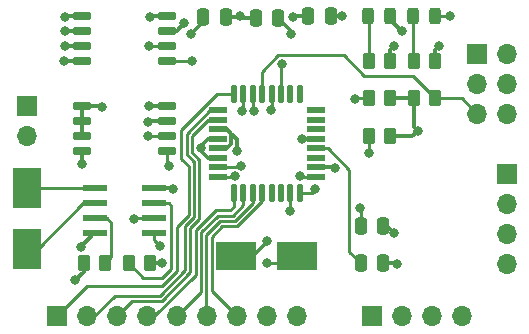
<source format=gtl>
%TF.GenerationSoftware,KiCad,Pcbnew,7.0.10*%
%TF.CreationDate,2024-01-19T04:31:43-05:00*%
%TF.ProjectId,Dattalogger_Board,44617474-616c-46f6-9767-65725f426f61,1*%
%TF.SameCoordinates,Original*%
%TF.FileFunction,Copper,L1,Top*%
%TF.FilePolarity,Positive*%
%FSLAX46Y46*%
G04 Gerber Fmt 4.6, Leading zero omitted, Abs format (unit mm)*
G04 Created by KiCad (PCBNEW 7.0.10) date 2024-01-19 04:31:43*
%MOMM*%
%LPD*%
G01*
G04 APERTURE LIST*
G04 Aperture macros list*
%AMRoundRect*
0 Rectangle with rounded corners*
0 $1 Rounding radius*
0 $2 $3 $4 $5 $6 $7 $8 $9 X,Y pos of 4 corners*
0 Add a 4 corners polygon primitive as box body*
4,1,4,$2,$3,$4,$5,$6,$7,$8,$9,$2,$3,0*
0 Add four circle primitives for the rounded corners*
1,1,$1+$1,$2,$3*
1,1,$1+$1,$4,$5*
1,1,$1+$1,$6,$7*
1,1,$1+$1,$8,$9*
0 Add four rect primitives between the rounded corners*
20,1,$1+$1,$2,$3,$4,$5,0*
20,1,$1+$1,$4,$5,$6,$7,0*
20,1,$1+$1,$6,$7,$8,$9,0*
20,1,$1+$1,$8,$9,$2,$3,0*%
G04 Aperture macros list end*
%TA.AperFunction,SMDPad,CuDef*%
%ADD10RoundRect,0.150000X-0.650000X-0.150000X0.650000X-0.150000X0.650000X0.150000X-0.650000X0.150000X0*%
%TD*%
%TA.AperFunction,SMDPad,CuDef*%
%ADD11RoundRect,0.038500X-0.696500X-0.236500X0.696500X-0.236500X0.696500X0.236500X-0.696500X0.236500X0*%
%TD*%
%TA.AperFunction,SMDPad,CuDef*%
%ADD12RoundRect,0.099000X-0.176000X-0.636000X0.176000X-0.636000X0.176000X0.636000X-0.176000X0.636000X0*%
%TD*%
%TA.AperFunction,SMDPad,CuDef*%
%ADD13RoundRect,0.041300X-0.943700X-0.253700X0.943700X-0.253700X0.943700X0.253700X-0.943700X0.253700X0*%
%TD*%
%TA.AperFunction,SMDPad,CuDef*%
%ADD14R,2.400000X3.500000*%
%TD*%
%TA.AperFunction,SMDPad,CuDef*%
%ADD15R,3.500000X2.400000*%
%TD*%
%TA.AperFunction,ComponentPad*%
%ADD16R,1.700000X1.700000*%
%TD*%
%TA.AperFunction,ComponentPad*%
%ADD17O,1.700000X1.700000*%
%TD*%
%TA.AperFunction,SMDPad,CuDef*%
%ADD18RoundRect,0.250000X-0.262500X-0.450000X0.262500X-0.450000X0.262500X0.450000X-0.262500X0.450000X0*%
%TD*%
%TA.AperFunction,SMDPad,CuDef*%
%ADD19RoundRect,0.250000X0.262500X0.450000X-0.262500X0.450000X-0.262500X-0.450000X0.262500X-0.450000X0*%
%TD*%
%TA.AperFunction,SMDPad,CuDef*%
%ADD20RoundRect,0.243750X-0.243750X-0.456250X0.243750X-0.456250X0.243750X0.456250X-0.243750X0.456250X0*%
%TD*%
%TA.AperFunction,SMDPad,CuDef*%
%ADD21RoundRect,0.250000X0.250000X0.475000X-0.250000X0.475000X-0.250000X-0.475000X0.250000X-0.475000X0*%
%TD*%
%TA.AperFunction,SMDPad,CuDef*%
%ADD22RoundRect,0.250000X-0.250000X-0.475000X0.250000X-0.475000X0.250000X0.475000X-0.250000X0.475000X0*%
%TD*%
%TA.AperFunction,ViaPad*%
%ADD23C,0.800000*%
%TD*%
%TA.AperFunction,Conductor*%
%ADD24C,0.250000*%
%TD*%
%TA.AperFunction,Conductor*%
%ADD25C,0.350000*%
%TD*%
G04 APERTURE END LIST*
D10*
%TO.P,U1,1,A0*%
%TO.N,/Vcc*%
X136735000Y-73660000D03*
%TO.P,U1,2,A1*%
X136735000Y-74930000D03*
%TO.P,U1,3,A2*%
X136735000Y-76200000D03*
%TO.P,U1,4,GND*%
%TO.N,GND*%
X136735000Y-77470000D03*
%TO.P,U1,5,SDA*%
%TO.N,/SDA*%
X143935000Y-77470000D03*
%TO.P,U1,6,SCL*%
%TO.N,/SCK*%
X143935000Y-76200000D03*
%TO.P,U1,7,WP*%
%TO.N,GND*%
X143935000Y-74930000D03*
%TO.P,U1,8,VCC*%
%TO.N,/Vcc*%
X143935000Y-73660000D03*
%TD*%
D11*
%TO.P,U4,1,PD3*%
%TO.N,/D3*%
X148230000Y-74035000D03*
%TO.P,U4,2,PD4*%
%TO.N,/D4*%
X148230000Y-74835000D03*
%TO.P,U4,3,GND*%
%TO.N,GND*%
X148230000Y-75635000D03*
%TO.P,U4,4,VCC*%
%TO.N,/Vcc*%
X148230000Y-76435000D03*
%TO.P,U4,5,GND*%
%TO.N,GND*%
X148230000Y-77235000D03*
%TO.P,U4,6,VCC*%
%TO.N,/Vcc*%
X148230000Y-78035000D03*
%TO.P,U4,7,PB6*%
%TO.N,Net-(U4-PB6)*%
X148230000Y-78835000D03*
%TO.P,U4,8,PB7*%
%TO.N,Net-(U4-PB7)*%
X148230000Y-79635000D03*
D12*
%TO.P,U4,9,PD5*%
%TO.N,/D5*%
X149600000Y-81005000D03*
%TO.P,U4,10,PD6*%
%TO.N,/D6*%
X150400000Y-81005000D03*
%TO.P,U4,11,PD7*%
%TO.N,/D7*%
X151200000Y-81005000D03*
%TO.P,U4,12,PB0*%
%TO.N,/D8*%
X152000000Y-81005000D03*
%TO.P,U4,13,PB1*%
%TO.N,unconnected-(U4-PB1-Pad13)*%
X152800000Y-81005000D03*
%TO.P,U4,14,PB2*%
%TO.N,unconnected-(U4-PB2-Pad14)*%
X153600000Y-81005000D03*
%TO.P,U4,15,PB3*%
%TO.N,/MOSI*%
X154400000Y-81005000D03*
%TO.P,U4,16,PB4*%
%TO.N,/MISO*%
X155200000Y-81005000D03*
D11*
%TO.P,U4,17,PB5*%
%TO.N,/SCK*%
X156570000Y-79635000D03*
%TO.P,U4,18,AVCC*%
%TO.N,/Vcc*%
X156570000Y-78835000D03*
%TO.P,U4,19,ADC6*%
%TO.N,unconnected-(U4-ADC6-Pad19)*%
X156570000Y-78035000D03*
%TO.P,U4,20,AREF*%
%TO.N,Net-(U4-AREF)*%
X156570000Y-77235000D03*
%TO.P,U4,21,GND*%
%TO.N,GND*%
X156570000Y-76435000D03*
%TO.P,U4,22,ADC7*%
%TO.N,unconnected-(U4-ADC7-Pad22)*%
X156570000Y-75635000D03*
%TO.P,U4,23,PC0*%
%TO.N,unconnected-(U4-PC0-Pad23)*%
X156570000Y-74835000D03*
%TO.P,U4,24,PC1*%
%TO.N,unconnected-(U4-PC1-Pad24)*%
X156570000Y-74035000D03*
D12*
%TO.P,U4,25,PC2*%
%TO.N,unconnected-(U4-PC2-Pad25)*%
X155200000Y-72665000D03*
%TO.P,U4,26,PC3*%
%TO.N,unconnected-(U4-PC3-Pad26)*%
X154400000Y-72665000D03*
%TO.P,U4,27,PC4*%
%TO.N,/SDA*%
X153600000Y-72665000D03*
%TO.P,U4,28,PC5*%
%TO.N,/SCK*%
X152800000Y-72665000D03*
%TO.P,U4,29,PC6/~{RESET}*%
%TO.N,/RESET*%
X152000000Y-72665000D03*
%TO.P,U4,30,PD0*%
%TO.N,/RX*%
X151200000Y-72665000D03*
%TO.P,U4,31,PD1*%
%TO.N,/TX*%
X150400000Y-72665000D03*
%TO.P,U4,32,PD2*%
%TO.N,/D2*%
X149600000Y-72665000D03*
%TD*%
D13*
%TO.P,U2,1,X1*%
%TO.N,Net-(U2-X1)*%
X137860000Y-80645000D03*
%TO.P,U2,2,X2*%
%TO.N,Net-(U2-X2)*%
X137860000Y-81915000D03*
%TO.P,U2,3,~{INTA}*%
%TO.N,Net-(U2-~{INTA})*%
X137860000Y-83185000D03*
%TO.P,U2,4,GND*%
%TO.N,GND*%
X137860000Y-84455000D03*
%TO.P,U2,5,SDA*%
%TO.N,/SDA*%
X142810000Y-84455000D03*
%TO.P,U2,6,SCL*%
%TO.N,/SCK*%
X142810000Y-83185000D03*
%TO.P,U2,7,SQW/~INT*%
%TO.N,Net-(U2-SQW{slash}~INT)*%
X142810000Y-81915000D03*
%TO.P,U2,8,VCC*%
%TO.N,/Vcc*%
X142810000Y-80645000D03*
%TD*%
D10*
%TO.P,U3,1,A0*%
%TO.N,/Vcc*%
X136735000Y-66040000D03*
%TO.P,U3,2,A1*%
%TO.N,GND*%
X136735000Y-67310000D03*
%TO.P,U3,3,A2*%
%TO.N,/Vcc*%
X136735000Y-68580000D03*
%TO.P,U3,4,GND*%
%TO.N,GND*%
X136735000Y-69850000D03*
%TO.P,U3,5,SDA*%
%TO.N,/SDA*%
X143935000Y-69850000D03*
%TO.P,U3,6,SCL*%
%TO.N,/SCK*%
X143935000Y-68580000D03*
%TO.P,U3,7,WP*%
%TO.N,GND*%
X143935000Y-67310000D03*
%TO.P,U3,8,VCC*%
%TO.N,/Vcc*%
X143935000Y-66040000D03*
%TD*%
D14*
%TO.P,Y1,1*%
%TO.N,Net-(U2-X2)*%
X132080000Y-85785000D03*
%TO.P,Y1,2*%
%TO.N,Net-(U2-X1)*%
X132080000Y-80585000D03*
%TD*%
D15*
%TO.P,Y2,1*%
%TO.N,Net-(U4-PB6)*%
X149800000Y-86360000D03*
%TO.P,Y2,2*%
%TO.N,Net-(U4-PB7)*%
X155000000Y-86360000D03*
%TD*%
D16*
%TO.P,BT1,1,+*%
%TO.N,/Vcc*%
X132080000Y-73655000D03*
D17*
%TO.P,BT1,2,-*%
%TO.N,GND*%
X132080000Y-76195000D03*
%TD*%
D18*
%TO.P,R5,1*%
%TO.N,Net-(D2-K)*%
X161012500Y-69850000D03*
%TO.P,R5,2*%
%TO.N,GND*%
X162837500Y-69850000D03*
%TD*%
D19*
%TO.P,R4,1*%
%TO.N,/Vcc*%
X162837500Y-73025000D03*
%TO.P,R4,2*%
%TO.N,/SDA*%
X161012500Y-73025000D03*
%TD*%
%TO.P,R3,2*%
%TO.N,/SCK*%
X161012500Y-76200000D03*
%TO.P,R3,1*%
%TO.N,/Vcc*%
X162837500Y-76200000D03*
%TD*%
D20*
%TO.P,D2,2,A*%
%TO.N,/Vcc*%
X162862500Y-66040000D03*
%TO.P,D2,1,K*%
%TO.N,Net-(D2-K)*%
X160987500Y-66040000D03*
%TD*%
D21*
%TO.P,C4,1*%
%TO.N,GND*%
X162240000Y-86995000D03*
%TO.P,C4,2*%
%TO.N,Net-(U4-AREF)*%
X160340000Y-86995000D03*
%TD*%
%TO.P,C2,1*%
%TO.N,GND*%
X162240000Y-83820000D03*
%TO.P,C2,2*%
%TO.N,Net-(U4-PB6)*%
X160340000Y-83820000D03*
%TD*%
D19*
%TO.P,R7,2*%
%TO.N,Net-(D1-K)*%
X164822500Y-69850000D03*
%TO.P,R7,1*%
%TO.N,GND*%
X166647500Y-69850000D03*
%TD*%
D18*
%TO.P,R6,2*%
%TO.N,/RESET*%
X166647500Y-73025000D03*
%TO.P,R6,1*%
%TO.N,/Vcc*%
X164822500Y-73025000D03*
%TD*%
D19*
%TO.P,R2,1*%
%TO.N,/Vcc*%
X142517500Y-86995000D03*
%TO.P,R2,2*%
%TO.N,Net-(U2-SQW{slash}~INT)*%
X140692500Y-86995000D03*
%TD*%
D18*
%TO.P,R1,1*%
%TO.N,/Vcc*%
X136882500Y-86995000D03*
%TO.P,R1,2*%
%TO.N,Net-(U2-~{INTA})*%
X138707500Y-86995000D03*
%TD*%
D17*
%TO.P,J4,9,Pin_9*%
%TO.N,/Vcc*%
X154950000Y-91440000D03*
%TO.P,J4,8,Pin_8*%
%TO.N,GND*%
X152410000Y-91440000D03*
%TO.P,J4,7,Pin_7*%
%TO.N,/D8*%
X149870000Y-91440000D03*
%TO.P,J4,6,Pin_6*%
%TO.N,/D7*%
X147330000Y-91440000D03*
%TO.P,J4,5,Pin_5*%
%TO.N,/D6*%
X144790000Y-91440000D03*
%TO.P,J4,4,Pin_4*%
%TO.N,/D5*%
X142250000Y-91440000D03*
%TO.P,J4,3,Pin_3*%
%TO.N,/D4*%
X139710000Y-91440000D03*
%TO.P,J4,2,Pin_2*%
%TO.N,/D3*%
X137170000Y-91440000D03*
D16*
%TO.P,J4,1,Pin_1*%
%TO.N,/D2*%
X134630000Y-91440000D03*
%TD*%
D17*
%TO.P,J3,6,Pin_6*%
%TO.N,GND*%
X172715000Y-74310000D03*
%TO.P,J3,5,Pin_5*%
%TO.N,/RESET*%
X170175000Y-74310000D03*
%TO.P,J3,4,Pin_4*%
%TO.N,/MOSI*%
X172715000Y-71770000D03*
%TO.P,J3,3,Pin_3*%
%TO.N,/SCK*%
X170175000Y-71770000D03*
%TO.P,J3,2,Pin_2*%
%TO.N,/Vcc*%
X172715000Y-69230000D03*
D16*
%TO.P,J3,1,Pin_1*%
%TO.N,/MISO*%
X170175000Y-69230000D03*
%TD*%
%TO.P,J2,1,Pin_1*%
%TO.N,GND*%
X161300000Y-91440000D03*
D17*
%TO.P,J2,2,Pin_2*%
%TO.N,/Vcc*%
X163840000Y-91440000D03*
%TO.P,J2,3,Pin_3*%
%TO.N,/RX*%
X166380000Y-91440000D03*
%TO.P,J2,4,Pin_4*%
%TO.N,/TX*%
X168920000Y-91440000D03*
%TD*%
D16*
%TO.P,J1,1,Pin_1*%
%TO.N,GND*%
X172720000Y-79385000D03*
D17*
%TO.P,J1,2,Pin_2*%
%TO.N,/Vcc*%
X172720000Y-81925000D03*
%TO.P,J1,3,Pin_3*%
%TO.N,/SDA*%
X172720000Y-84465000D03*
%TO.P,J1,4,Pin_4*%
%TO.N,/SCK*%
X172720000Y-87005000D03*
%TD*%
D20*
%TO.P,D1,1,K*%
%TO.N,Net-(D1-K)*%
X164797500Y-66040000D03*
%TO.P,D1,2,A*%
%TO.N,/SCK*%
X166672500Y-66040000D03*
%TD*%
D22*
%TO.P,C5,2*%
%TO.N,GND*%
X157795000Y-66040000D03*
%TO.P,C5,1*%
%TO.N,/Vcc*%
X155895000Y-66040000D03*
%TD*%
%TO.P,C3,2*%
%TO.N,Net-(U4-PB7)*%
X153380668Y-66192568D03*
%TO.P,C3,1*%
%TO.N,GND*%
X151480668Y-66192568D03*
%TD*%
%TO.P,C1,2*%
%TO.N,GND*%
X148905000Y-66155000D03*
%TO.P,C1,1*%
%TO.N,/Vcc*%
X147005000Y-66155000D03*
%TD*%
D23*
%TO.N,Net-(U4-PB7)*%
X154470404Y-67551215D03*
%TO.N,Net-(U4-PB6)*%
X160276894Y-82269328D03*
X152400000Y-85090000D03*
%TO.N,Net-(U4-PB7)*%
X152400000Y-86995000D03*
%TO.N,Net-(U4-PB6)*%
X150216192Y-78763556D03*
%TO.N,Net-(U4-PB7)*%
X149715270Y-79629051D03*
%TO.N,/MOSI*%
X154325675Y-82564731D03*
%TO.N,/MISO*%
X156503076Y-80727185D03*
%TO.N,/TX*%
X150323650Y-74103922D03*
%TO.N,/RX*%
X151323557Y-74117810D03*
%TO.N,/SCK*%
X167898445Y-66048787D03*
X161037297Y-77644594D03*
X155181215Y-79573916D03*
X152792836Y-74027164D03*
X142417293Y-68610496D03*
X142369997Y-76205685D03*
X141191487Y-83212567D03*
%TO.N,/SDA*%
X159867431Y-73067298D03*
X146050000Y-69850000D03*
X153670000Y-70108445D03*
X144145000Y-78740000D03*
X143340000Y-85527432D03*
%TO.N,GND*%
X149860000Y-77470000D03*
%TO.N,/Vcc*%
X165166678Y-75762710D03*
X158160744Y-78949599D03*
X142498186Y-66083418D03*
X145983924Y-67593514D03*
X154656485Y-66100476D03*
X163830000Y-67310000D03*
X135296092Y-66113140D03*
X135285754Y-68594214D03*
X138439734Y-73737705D03*
X142452442Y-73648111D03*
X146836764Y-77255806D03*
X144468573Y-80656630D03*
X136186752Y-88392557D03*
X143510000Y-86995000D03*
%TO.N,GND*%
X145400785Y-66675000D03*
X135345541Y-67270544D03*
X142364053Y-75012702D03*
X155370397Y-76470678D03*
X163195000Y-84455000D03*
X163387203Y-87005079D03*
X163195000Y-68580000D03*
X167005000Y-68580000D03*
X158750000Y-66040000D03*
X150149458Y-66068515D03*
X136650805Y-85594456D03*
X136735000Y-78530000D03*
X135255000Y-69850000D03*
%TD*%
D24*
%TO.N,Net-(U4-PB6)*%
X150144748Y-78835000D02*
X150216192Y-78763556D01*
X148230000Y-78835000D02*
X150144748Y-78835000D01*
%TO.N,/D4*%
X146685000Y-83233604D02*
X146685000Y-78200058D01*
%TO.N,/RESET*%
X164742500Y-71120000D02*
X166647500Y-73025000D01*
X160655000Y-71120000D02*
X164742500Y-71120000D01*
X158918445Y-69383445D02*
X160655000Y-71120000D01*
X152000000Y-70753140D02*
X153369695Y-69383445D01*
X153369695Y-69383445D02*
X158918445Y-69383445D01*
X152000000Y-72665000D02*
X152000000Y-70753140D01*
%TO.N,Net-(U4-AREF)*%
X159385000Y-86040000D02*
X160340000Y-86995000D01*
X157542161Y-77235000D02*
X159385000Y-79077839D01*
X156570000Y-77235000D02*
X157542161Y-77235000D01*
X159385000Y-79077839D02*
X159385000Y-86040000D01*
%TO.N,Net-(U4-PB7)*%
X154470404Y-67282304D02*
X153380668Y-66192568D01*
X154470404Y-67551215D02*
X154470404Y-67282304D01*
%TO.N,Net-(U4-PB6)*%
X160340000Y-82332434D02*
X160276894Y-82269328D01*
X160340000Y-83820000D02*
X160340000Y-82332434D01*
X151130000Y-86360000D02*
X149800000Y-86360000D01*
X152400000Y-85090000D02*
X151130000Y-86360000D01*
%TO.N,Net-(U4-PB7)*%
X154365000Y-86995000D02*
X155000000Y-86360000D01*
X152400000Y-86995000D02*
X154365000Y-86995000D01*
X148230000Y-79635000D02*
X149709321Y-79635000D01*
%TO.N,Net-(U2-X1)*%
X137860000Y-80645000D02*
X132140000Y-80645000D01*
X132140000Y-80645000D02*
X132080000Y-80585000D01*
%TO.N,Net-(U2-X2)*%
X133005001Y-85785000D02*
X132080000Y-85785000D01*
X137860000Y-81915000D02*
X136875001Y-81915000D01*
X136875001Y-81915000D02*
X133005001Y-85785000D01*
%TO.N,Net-(U2-SQW{slash}~INT)*%
X144145000Y-81915000D02*
X142810000Y-81915000D01*
X144328604Y-82098604D02*
X144145000Y-81915000D01*
X144328604Y-87442208D02*
X144328604Y-82098604D01*
X143507906Y-88262906D02*
X144328604Y-87442208D01*
X141960406Y-88262906D02*
X143507906Y-88262906D01*
X140692500Y-86995000D02*
X141960406Y-88262906D01*
%TO.N,/D2*%
X148151866Y-72665000D02*
X149600000Y-72665000D01*
X145161764Y-75655102D02*
X148151866Y-72665000D01*
X145785000Y-78740000D02*
X145161764Y-78116764D01*
X145785000Y-82860812D02*
X145785000Y-78740000D01*
X144778604Y-83867208D02*
X145785000Y-82860812D01*
X144778604Y-87628604D02*
X144778604Y-83867208D01*
X143508604Y-88898604D02*
X144778604Y-87628604D01*
X137171396Y-88898604D02*
X143508604Y-88898604D01*
X134630000Y-91440000D02*
X137171396Y-88898604D01*
X145161764Y-78116764D02*
X145161764Y-75655102D01*
%TO.N,/SDA*%
X142810000Y-84997432D02*
X142810000Y-84455000D01*
X143340000Y-85527432D02*
X142810000Y-84997432D01*
%TO.N,/D3*%
X147578604Y-74035000D02*
X148230000Y-74035000D01*
X145611764Y-76001840D02*
X147578604Y-74035000D01*
X145611764Y-77763218D02*
X145611764Y-76001840D01*
X146235000Y-83047208D02*
X146235000Y-78386454D01*
X145475000Y-83807208D02*
X146235000Y-83047208D01*
X143323604Y-89720000D02*
X145475000Y-87568604D01*
X145475000Y-87568604D02*
X145475000Y-83807208D01*
X139520000Y-89720000D02*
X143323604Y-89720000D01*
X137800000Y-91440000D02*
X139520000Y-89720000D01*
X146235000Y-78386454D02*
X145611764Y-77763218D01*
X137170000Y-91440000D02*
X137800000Y-91440000D01*
D25*
%TO.N,/Vcc*%
X146836764Y-77431320D02*
X146836764Y-77255806D01*
X147440444Y-78035000D02*
X146836764Y-77431320D01*
X148230000Y-78035000D02*
X147440444Y-78035000D01*
X146836764Y-77038680D02*
X146836764Y-77255806D01*
X147440444Y-76435000D02*
X146836764Y-77038680D01*
X148230000Y-76435000D02*
X147440444Y-76435000D01*
D24*
%TO.N,/D4*%
X147415000Y-74835000D02*
X148230000Y-74835000D01*
X146061764Y-76188236D02*
X147415000Y-74835000D01*
X146061764Y-77576822D02*
X146061764Y-76188236D01*
X145925000Y-83993604D02*
X146685000Y-83233604D01*
X145925000Y-87755000D02*
X145925000Y-83993604D01*
X146685000Y-78200058D02*
X146061764Y-77576822D01*
X140980000Y-90170000D02*
X143510000Y-90170000D01*
X143510000Y-90170000D02*
X145925000Y-87755000D01*
X139710000Y-91440000D02*
X140980000Y-90170000D01*
%TO.N,/D5*%
X149600000Y-82175000D02*
X149600000Y-81005000D01*
X149277906Y-82497094D02*
X149600000Y-82175000D01*
X148057906Y-82497094D02*
X149277906Y-82497094D01*
X146375000Y-84180000D02*
X148057906Y-82497094D01*
X146375000Y-87945000D02*
X146375000Y-84180000D01*
X142880000Y-91440000D02*
X146375000Y-87945000D01*
X142250000Y-91440000D02*
X142880000Y-91440000D01*
%TO.N,/D6*%
X146825000Y-89405000D02*
X146825000Y-84366396D01*
X148244302Y-82947094D02*
X149520113Y-82947094D01*
X144790000Y-91440000D02*
X146825000Y-89405000D01*
X146825000Y-84366396D02*
X148244302Y-82947094D01*
X149520113Y-82947094D02*
X150400000Y-82067207D01*
X150400000Y-82067207D02*
X150400000Y-81005000D01*
%TO.N,/D7*%
X148430698Y-83397094D02*
X149706509Y-83397094D01*
X147275000Y-84552792D02*
X148430698Y-83397094D01*
X151200000Y-81903603D02*
X151200000Y-81005000D01*
X147275000Y-91385000D02*
X147275000Y-84552792D01*
X147330000Y-91440000D02*
X147275000Y-91385000D01*
X149706509Y-83397094D02*
X151200000Y-81903603D01*
%TO.N,/SDA*%
X143935000Y-77470000D02*
X143935000Y-78530000D01*
X143935000Y-78530000D02*
X144145000Y-78740000D01*
%TO.N,/D8*%
X149892905Y-83847094D02*
X152000000Y-81739999D01*
X152000000Y-81739999D02*
X152000000Y-81005000D01*
X148617094Y-83847094D02*
X149892905Y-83847094D01*
X147725000Y-84739188D02*
X148617094Y-83847094D01*
X147725000Y-89295000D02*
X147725000Y-84739188D01*
X149870000Y-91440000D02*
X147725000Y-89295000D01*
D25*
%TO.N,/Vcc*%
X136882500Y-87696809D02*
X136186752Y-88392557D01*
X136882500Y-86995000D02*
X136882500Y-87696809D01*
%TO.N,GND*%
X137790261Y-84455000D02*
X136650805Y-85594456D01*
X137860000Y-84455000D02*
X137790261Y-84455000D01*
D24*
%TO.N,Net-(U2-~{INTA})*%
X139220000Y-86482500D02*
X138707500Y-86995000D01*
X139220000Y-83560001D02*
X139220000Y-86482500D01*
X138844999Y-83185000D02*
X139220000Y-83560001D01*
X137860000Y-83185000D02*
X138844999Y-83185000D01*
%TO.N,/SDA*%
X159909729Y-73025000D02*
X161012500Y-73025000D01*
X159867431Y-73067298D02*
X159909729Y-73025000D01*
%TO.N,/MISO*%
X156225261Y-81005000D02*
X155200000Y-81005000D01*
X156503076Y-80727185D02*
X156225261Y-81005000D01*
%TO.N,/MOSI*%
X154400000Y-82490406D02*
X154325675Y-82564731D01*
X154400000Y-81005000D02*
X154400000Y-82490406D01*
D25*
%TO.N,GND*%
X136735000Y-78530000D02*
X136735000Y-77470000D01*
D24*
%TO.N,/D2*%
X134630000Y-91440000D02*
X134480000Y-91290000D01*
%TO.N,Net-(U4-PB7)*%
X148148833Y-79716167D02*
X148230000Y-79635000D01*
%TO.N,Net-(D2-K)*%
X161012500Y-69850000D02*
X161012500Y-66065000D01*
X161012500Y-66065000D02*
X160987500Y-66040000D01*
%TO.N,/RESET*%
X168890000Y-73025000D02*
X170175000Y-74310000D01*
X166647500Y-73025000D02*
X168890000Y-73025000D01*
%TO.N,Net-(D1-K)*%
X164797500Y-69825000D02*
X164822500Y-69850000D01*
X164797500Y-66040000D02*
X164797500Y-69825000D01*
%TO.N,/TX*%
X150400000Y-74027572D02*
X150323650Y-74103922D01*
X150400000Y-72665000D02*
X150400000Y-74027572D01*
%TO.N,/RX*%
X151200000Y-73994253D02*
X151323557Y-74117810D01*
X151200000Y-72665000D02*
X151200000Y-73994253D01*
%TO.N,/SCK*%
X167898445Y-66048787D02*
X166681287Y-66048787D01*
X166681287Y-66048787D02*
X166672500Y-66040000D01*
X161012500Y-77619797D02*
X161037297Y-77644594D01*
X161012500Y-76200000D02*
X161012500Y-77619797D01*
X155242299Y-79635000D02*
X155181215Y-79573916D01*
X156570000Y-79635000D02*
X155242299Y-79635000D01*
X152800000Y-72665000D02*
X152800000Y-74020000D01*
X152800000Y-74020000D02*
X152792836Y-74027164D01*
X143935000Y-68580000D02*
X142447789Y-68580000D01*
X142447789Y-68580000D02*
X142417293Y-68610496D01*
X142375682Y-76200000D02*
X142369997Y-76205685D01*
X143935000Y-76200000D02*
X142375682Y-76200000D01*
X142810000Y-83185000D02*
X141219054Y-83185000D01*
X141219054Y-83185000D02*
X141191487Y-83212567D01*
%TO.N,/SDA*%
X153600000Y-70178445D02*
X153670000Y-70108445D01*
X153600000Y-72665000D02*
X153600000Y-70178445D01*
X143935000Y-69850000D02*
X146050000Y-69850000D01*
D25*
%TO.N,GND*%
X149860000Y-77470000D02*
X149860000Y-76475444D01*
X149860000Y-76475444D02*
X149390000Y-76005444D01*
X149019556Y-77235000D02*
X148230000Y-77235000D01*
X149390000Y-76005444D02*
X149390000Y-76864556D01*
X149390000Y-76864556D02*
X149019556Y-77235000D01*
X149019556Y-75635000D02*
X149390000Y-76005444D01*
X148230000Y-75635000D02*
X149019556Y-75635000D01*
%TO.N,/Vcc*%
X164822500Y-75418532D02*
X165166678Y-75762710D01*
X164822500Y-73025000D02*
X164822500Y-75418532D01*
X164822500Y-73025000D02*
X162837500Y-73025000D01*
X162837500Y-76200000D02*
X164729388Y-76200000D01*
X164729388Y-76200000D02*
X165166678Y-75762710D01*
X158046145Y-78835000D02*
X156570000Y-78835000D01*
X158160744Y-78949599D02*
X158046145Y-78835000D01*
X142541604Y-66040000D02*
X142498186Y-66083418D01*
X143935000Y-66040000D02*
X142541604Y-66040000D01*
X145983924Y-67593514D02*
X147005000Y-66572438D01*
X147005000Y-66572438D02*
X147005000Y-66155000D01*
%TO.N,GND*%
X144765785Y-67310000D02*
X143935000Y-67310000D01*
X145400785Y-66675000D02*
X144765785Y-67310000D01*
%TO.N,/Vcc*%
X154716961Y-66040000D02*
X154656485Y-66100476D01*
X155895000Y-66040000D02*
X154716961Y-66040000D01*
X162862500Y-66342500D02*
X163830000Y-67310000D01*
X162862500Y-66040000D02*
X162862500Y-66342500D01*
X135299968Y-68580000D02*
X135285754Y-68594214D01*
X136735000Y-68580000D02*
X135299968Y-68580000D01*
X135369232Y-66040000D02*
X135296092Y-66113140D01*
X136735000Y-66040000D02*
X135369232Y-66040000D01*
X138362029Y-73660000D02*
X138439734Y-73737705D01*
X136735000Y-73660000D02*
X138362029Y-73660000D01*
X136735000Y-76200000D02*
X136735000Y-73660000D01*
X143923111Y-73648111D02*
X143935000Y-73660000D01*
X142452442Y-73648111D02*
X143923111Y-73648111D01*
X144456943Y-80645000D02*
X144468573Y-80656630D01*
X142810000Y-80645000D02*
X144456943Y-80645000D01*
X142517500Y-86995000D02*
X143510000Y-86995000D01*
%TO.N,GND*%
X135384997Y-67310000D02*
X135345541Y-67270544D01*
X136735000Y-67310000D02*
X135384997Y-67310000D01*
X142446755Y-74930000D02*
X142364053Y-75012702D01*
X143935000Y-74930000D02*
X142446755Y-74930000D01*
X155406075Y-76435000D02*
X155370397Y-76470678D01*
X156570000Y-76435000D02*
X155406075Y-76435000D01*
X163377124Y-86995000D02*
X163387203Y-87005079D01*
X162240000Y-86995000D02*
X163377124Y-86995000D01*
X162560000Y-83820000D02*
X163195000Y-84455000D01*
X162240000Y-83820000D02*
X162560000Y-83820000D01*
X162837500Y-68937500D02*
X163195000Y-68580000D01*
X162837500Y-69850000D02*
X162837500Y-68937500D01*
X166647500Y-68937500D02*
X167005000Y-68580000D01*
X166647500Y-69850000D02*
X166647500Y-68937500D01*
X157795000Y-66040000D02*
X158750000Y-66040000D01*
X150273511Y-66192568D02*
X150149458Y-66068515D01*
X151480668Y-66192568D02*
X150273511Y-66192568D01*
X150177973Y-66040000D02*
X150149458Y-66068515D01*
X150062973Y-66155000D02*
X150149458Y-66068515D01*
X148905000Y-66155000D02*
X150062973Y-66155000D01*
X136735000Y-69850000D02*
X135255000Y-69850000D01*
%TD*%
M02*

</source>
